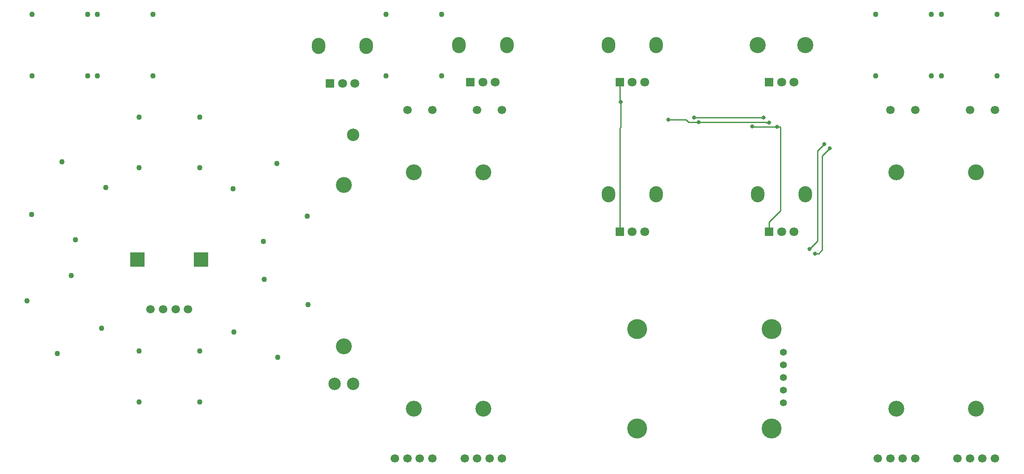
<source format=gbr>
G04 #@! TF.GenerationSoftware,KiCad,Pcbnew,(5.1.4-0-10_14)*
G04 #@! TF.CreationDate,2019-12-15T18:29:08+01:00*
G04 #@! TF.ProjectId,ProgrammerController,50726f67-7261-46d6-9d65-72436f6e7472,rev?*
G04 #@! TF.SameCoordinates,Original*
G04 #@! TF.FileFunction,Copper,L2,Bot*
G04 #@! TF.FilePolarity,Positive*
%FSLAX46Y46*%
G04 Gerber Fmt 4.6, Leading zero omitted, Abs format (unit mm)*
G04 Created by KiCad (PCBNEW (5.1.4-0-10_14)) date 2019-12-15 18:29:08*
%MOMM*%
%LPD*%
G04 APERTURE LIST*
%ADD10O,2.720000X3.240000*%
%ADD11C,1.800000*%
%ADD12R,1.800000X1.800000*%
%ADD13C,1.100000*%
%ADD14C,2.500000*%
%ADD15C,3.200000*%
%ADD16R,3.000000X3.000000*%
%ADD17C,1.700000*%
%ADD18C,1.400000*%
%ADD19C,4.000000*%
%ADD20C,3.240000*%
%ADD21C,0.800000*%
%ADD22C,0.250000*%
G04 APERTURE END LIST*
D10*
X107900000Y-55100000D03*
X117500000Y-55100000D03*
D11*
X115200000Y-62600000D03*
X112700000Y-62600000D03*
D12*
X110200000Y-62600000D03*
D13*
X56332309Y-78417245D03*
X65165768Y-83517245D03*
X50232309Y-88982755D03*
X59065768Y-94082755D03*
X99667691Y-117682755D03*
X90834232Y-112582755D03*
X105767691Y-107117245D03*
X96934232Y-102017245D03*
X49332309Y-106317245D03*
X58165768Y-101217245D03*
X55432309Y-116882755D03*
X64265768Y-111782755D03*
X105601408Y-89305256D03*
X96767949Y-94405256D03*
X99501408Y-78739746D03*
X90667949Y-83839746D03*
X71800000Y-126600000D03*
X71800000Y-116400000D03*
X84000000Y-126600000D03*
X84000000Y-116400000D03*
X84000000Y-69400000D03*
X84000000Y-79600000D03*
X71800000Y-69400000D03*
X71800000Y-79600000D03*
D14*
X114875000Y-73000000D03*
X114875000Y-123000000D03*
X111125000Y-123000000D03*
D15*
X113000000Y-83000000D03*
X113000000Y-115500000D03*
D16*
X84300000Y-98000000D03*
X71500000Y-98000000D03*
D17*
X81650000Y-108000000D03*
X79150000Y-108000000D03*
X76650000Y-108000000D03*
X74150000Y-108000000D03*
D13*
X132585000Y-61080000D03*
X121415000Y-61080000D03*
X132585000Y-48710000D03*
X121415000Y-48710000D03*
X230985000Y-61080000D03*
X219815000Y-61080000D03*
X230985000Y-48710000D03*
X219815000Y-48710000D03*
X244205000Y-61080000D03*
X233035000Y-61080000D03*
X244205000Y-48710000D03*
X233035000Y-48710000D03*
X61485000Y-61080000D03*
X50315000Y-61080000D03*
X61485000Y-48710000D03*
X50315000Y-48710000D03*
X74585000Y-61080000D03*
X63415000Y-61080000D03*
X74585000Y-48710000D03*
X63415000Y-48710000D03*
D10*
X136100000Y-54900000D03*
X145700000Y-54900000D03*
D11*
X143400000Y-62400000D03*
X140900000Y-62400000D03*
D12*
X138400000Y-62400000D03*
D17*
X144750000Y-68000000D03*
X139750000Y-68000000D03*
X144750000Y-138000000D03*
X142250000Y-138000000D03*
X137250000Y-138000000D03*
X139750000Y-138000000D03*
D15*
X141000000Y-80500000D03*
X141000000Y-128000000D03*
D17*
X130750000Y-68000000D03*
X125750000Y-68000000D03*
X130750000Y-138000000D03*
X128250000Y-138000000D03*
X123250000Y-138000000D03*
X125750000Y-138000000D03*
D15*
X127000000Y-80500000D03*
X127000000Y-128000000D03*
D17*
X227750000Y-68000000D03*
X222750000Y-68000000D03*
X227750000Y-138000000D03*
X225250000Y-138000000D03*
X220250000Y-138000000D03*
X222750000Y-138000000D03*
D15*
X224000000Y-80500000D03*
X224000000Y-128000000D03*
D17*
X243750000Y-68000000D03*
X238750000Y-68000000D03*
X243750000Y-138000000D03*
X241250000Y-138000000D03*
X236250000Y-138000000D03*
X238750000Y-138000000D03*
D15*
X240000000Y-80500000D03*
X240000000Y-128000000D03*
D18*
X201285000Y-116620000D03*
X201285000Y-119160000D03*
X201285000Y-121700000D03*
X201285000Y-124240000D03*
X201285000Y-126780000D03*
D19*
X198900000Y-112000000D03*
X198900000Y-132000000D03*
X171900000Y-132000000D03*
X171900000Y-112000000D03*
D10*
X196100000Y-84900000D03*
X205700000Y-84900000D03*
D11*
X203400000Y-92400000D03*
X200900000Y-92400000D03*
D12*
X198400000Y-92400000D03*
D10*
X166100000Y-84900000D03*
X175700000Y-84900000D03*
D11*
X173400000Y-92400000D03*
X170900000Y-92400000D03*
D12*
X168400000Y-92400000D03*
D20*
X196100000Y-54900000D03*
X205700000Y-54900000D03*
D11*
X203400000Y-62400000D03*
X200900000Y-62400000D03*
D12*
X198400000Y-62400000D03*
D10*
X166100000Y-54900000D03*
X175700000Y-54900000D03*
D11*
X173400000Y-62400000D03*
X170900000Y-62400000D03*
D12*
X168400000Y-62400000D03*
D21*
X200000000Y-71324990D03*
X195000000Y-71300000D03*
X168600000Y-66374990D03*
X210600000Y-75700000D03*
X207600000Y-96800000D03*
X209500000Y-74800000D03*
X206500000Y-95900000D03*
X183300000Y-69500000D03*
X197300000Y-69500000D03*
X198400000Y-70500000D03*
X184300000Y-70400000D03*
X178200000Y-69900000D03*
D22*
X195024990Y-71324990D02*
X195000000Y-71300000D01*
X200000000Y-71324990D02*
X195024990Y-71324990D01*
X168400000Y-66174990D02*
X168600000Y-66374990D01*
X168400000Y-62400000D02*
X168400000Y-66174990D01*
X200565685Y-71324990D02*
X200700000Y-71459305D01*
X200000000Y-71324990D02*
X200565685Y-71324990D01*
X200700000Y-71459305D02*
X200700000Y-88200000D01*
X198400000Y-90500000D02*
X198400000Y-92400000D01*
X200700000Y-88200000D02*
X198400000Y-90500000D01*
X168400000Y-92400000D02*
X168400000Y-71600000D01*
X168600000Y-71400000D02*
X168400000Y-71600000D01*
X168600000Y-66374990D02*
X168600000Y-71400000D01*
X210600000Y-75700000D02*
X209100000Y-77200000D01*
X209100000Y-77200000D02*
X209100000Y-96100000D01*
X208400000Y-96800000D02*
X209100000Y-96100000D01*
X207600000Y-96800000D02*
X208400000Y-96800000D01*
X209500000Y-74800000D02*
X208100000Y-76200000D01*
X208100000Y-94300000D02*
X206500000Y-95900000D01*
X208100000Y-76200000D02*
X208100000Y-94300000D01*
X183300000Y-69500000D02*
X197300000Y-69500000D01*
X197834315Y-70500000D02*
X197734315Y-70400000D01*
X198400000Y-70500000D02*
X197834315Y-70500000D01*
X197734315Y-70400000D02*
X184300000Y-70400000D01*
X178200000Y-69900000D02*
X181700000Y-69900000D01*
X182200000Y-70400000D02*
X184300000Y-70400000D01*
X181700000Y-69900000D02*
X182200000Y-70400000D01*
M02*

</source>
